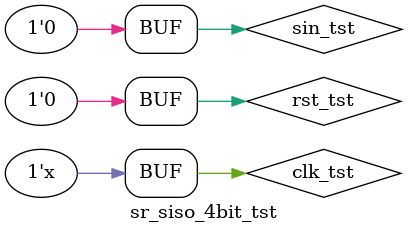
<source format=v>
module sr_siso_4bit_tst() ;

	wire sout_tst ;
	reg sin_tst ;
	reg clk_tst, rst_tst ;

	sr_siso_4bit DUT(sin_tst, clk_tst, rst_tst, sout_tst) ;

	initial
		begin
			sin_tst = 1 'd0 ;		
			clk_tst = 1 'b0 ;
			rst_tst = 1 'b0 ;
			#10 rst_tst = 1 'b1 ;
			#10 rst_tst = 1 'b0 ;
		end

	always #25 clk_tst = ~clk_tst ;			

	initial
		begin
			sin_tst = 1 'b0 ;
			#60 sin_tst = 1 'b0 ;	
			#60 sin_tst = 1 'b1 ;	
			#60 sin_tst = 1 'b0 ;	
			#60 sin_tst = 1 'b1 ;	
			#60 sin_tst = 1 'b0 ;	
			#60 sin_tst = 1 'b1 ;	
			#60 sin_tst = 1 'b0 ;	
			#60 sin_tst = 1 'b1 ;	
			#60 sin_tst = 1 'b0 ;	
		end

endmodule


</source>
